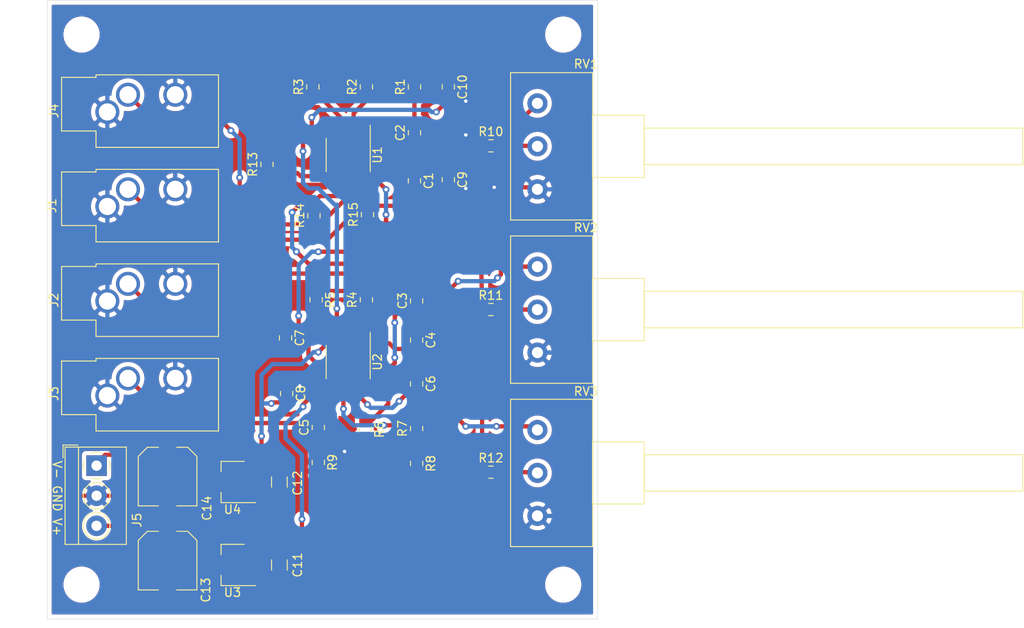
<source format=kicad_pcb>
(kicad_pcb (version 20171130) (host pcbnew 5.1.5+dfsg1-2build2)
  (layers (0 F.Cu signal) (31 B.Cu signal) (34 B.Paste user) (35 F.Paste user) (36 B.SilkS user) (37 F.SilkS user) (38 B.Mask user) (39 F.Mask user) (44 Edge.Cuts user))
  (net 0 "")
  (net 1 "Net-(C1-Pad2)")
  (net 2 "Net-(C1-Pad1)")
  (net 3 "Net-(C2-Pad2)")
  (net 4 "Net-(C2-Pad1)")
  (net 5 "Net-(C3-Pad2)")
  (net 6 "Net-(C3-Pad1)")
  (net 7 "Net-(C4-Pad2)")
  (net 8 "Net-(C4-Pad1)")
  (net 9 "Net-(C5-Pad2)")
  (net 10 "Net-(C5-Pad1)")
  (net 11 "Net-(C6-Pad2)")
  (net 12 "Net-(C6-Pad1)")
  (net 13 "Net-(C10-Pad1)")
  (net 14 "Net-(C11-Pad1)")
  (net 15 "Net-(C10-Pad2)")
  (net 16 "Net-(C13-Pad1)")
  (net 17 "Net-(C14-Pad1)")
  (net 18 "Net-(R1-Pad2)")
  (net 19 "Net-(R4-Pad2)")
  (net 20 "Net-(R7-Pad2)")
  (net 21 "Net-(R10-Pad2)")
  (net 22 "Net-(R10-Pad1)")
  (net 23 "Net-(R11-Pad2)")
  (net 24 "Net-(R12-Pad2)")
  (net 25 "Net-(R13-Pad1)")
  (net 26 "Net-(J4-PadT)")
  (module TerminalBlock_4Ucon:TerminalBlock_4Ucon_1x03_P3.50mm_Horizontal (layer F.Cu) (at 118.745 97.155 270)
    (fp_text reference J5 (at 6.35 -4.699 90) (layer F.SilkS))
    (fp_text value Conn_01x03_Female)
    (pad 3 thru_hole circle (at 7 0 270) (size 2.4 2.4) (drill 1.2) (layers *.Cu *.Mask) (net 16 "Net-(C13-Pad1)"))
    (pad 2 thru_hole circle (at 3.5 0 270) (size 2.4 2.4) (drill 1.2) (layers *.Cu *.Mask) (net 13 "Net-(C10-Pad1)"))
    (pad 1 thru_hole rect (at 0 0 270) (size 2.4 2.4) (drill 1.2) (layers *.Cu *.Mask) (net 17 "Net-(C14-Pad1)"))
  )
  (module MountingHole:MountingHole_3.2mm_M3 (layer F.Cu) (at 117 111)
    (fp_text reference REF** hide)
    (fp_text value MountingHole_3.2mm_M3)
    (pad 1 np_thru_hole circle (at 0 0) (size 3.2 3.2) (drill 3.2) (layers *.Cu *.Mask))
  )
  (module MountingHole:MountingHole_3.2mm_M3 (layer F.Cu) (at 173 111)
    (fp_text reference REF** hide)
    (fp_text value MountingHole_3.2mm_M3)
    (pad 1 np_thru_hole circle (at 0 0) (size 3.2 3.2) (drill 3.2) (layers *.Cu *.Mask))
  )
  (module MountingHole:MountingHole_3.2mm_M3 (layer F.Cu) (at 117 47)
    (fp_text reference REF** hide)
    (fp_text value MountingHole_3.2mm_M3)
    (pad 1 np_thru_hole circle (at 0 0) (size 3.2 3.2) (drill 3.2) (layers *.Cu *.Mask))
  )
  (module MountingHole:MountingHole_3.2mm_M3 (layer F.Cu) (at 173 47)
    (fp_text reference REF** hide)
    (fp_text value MountingHole_3.2mm_M3)
    (pad 1 np_thru_hole circle (at 0 0) (size 3.2 3.2) (drill 3.2) (layers *.Cu *.Mask))
  )
  (module Connector_Audio:Jack_3.5mm_CUI_SJ1-3533NG_Horizontal_CircularHoles (layer F.Cu) (at 120 56 90)
    (fp_text reference J4 (at 0.12 -6.208 90) (layer F.SilkS))
    (fp_text value AudioJack3)
    (pad R thru_hole circle (at 2 7.9 90) (size 2.8 2.8) (drill 2) (layers *.Cu *.Mask) (net 13 "Net-(C10-Pad1)"))
    (pad T thru_hole circle (at 2 2.4 90) (size 2.8 2.8) (drill 2) (layers *.Cu *.Mask) (net 26 "Net-(J4-PadT)"))
    (pad S thru_hole circle (at 0 0 90) (size 2.8 2.8) (drill 2) (layers *.Cu *.Mask) (net 13 "Net-(C10-Pad1)"))
  )
  (module Connector_Audio:Jack_3.5mm_CUI_SJ1-3533NG_Horizontal_CircularHoles (layer F.Cu) (at 120 78 90)
    (fp_text reference J2 (at 0.1 -6.208 90) (layer F.SilkS))
    (fp_text value AudioJack3)
    (pad R thru_hole circle (at 2 7.9 90) (size 2.8 2.8) (drill 2) (layers *.Cu *.Mask) (net 13 "Net-(C10-Pad1)"))
    (pad T thru_hole circle (at 2 2.4 90) (size 2.8 2.8) (drill 2) (layers *.Cu *.Mask) (net 5 "Net-(C3-Pad2)"))
    (pad S thru_hole circle (at 0 0 90) (size 2.8 2.8) (drill 2) (layers *.Cu *.Mask) (net 13 "Net-(C10-Pad1)"))
  )
  (module Resistor_SMD:R_0805_2012Metric_Pad1.15x1.40mm_HandSolder (layer F.Cu) (at 150.241 67.945 90)
    (fp_text reference R15 (at 0 -1.65 90) (layer F.SilkS))
    (fp_text value R)
    (pad 2 smd roundrect (at 1.025 0 90) (size 1.15 1.4) (layers F.Cu F.Paste F.Mask) (roundrect_rratio 0.217391) (net 1 "Net-(C1-Pad2)"))
    (pad 1 smd roundrect (at -1.025 0 90) (size 1.15 1.4) (layers F.Cu F.Paste F.Mask) (roundrect_rratio 0.217391) (net 14 "Net-(C11-Pad1)"))
  )
  (module Resistor_SMD:R_0805_2012Metric_Pad1.15x1.40mm_HandSolder (layer F.Cu) (at 144.018 68.072 90)
    (fp_text reference R14 (at 0 -1.65 90) (layer F.SilkS))
    (fp_text value R)
    (pad 2 smd roundrect (at 1.025 0 90) (size 1.15 1.4) (layers F.Cu F.Paste F.Mask) (roundrect_rratio 0.217391) (net 22 "Net-(R10-Pad1)"))
    (pad 1 smd roundrect (at -1.025 0 90) (size 1.15 1.4) (layers F.Cu F.Paste F.Mask) (roundrect_rratio 0.217391) (net 26 "Net-(J4-PadT)"))
  )
  (module Resistor_SMD:R_0805_2012Metric_Pad1.15x1.40mm_HandSolder (layer F.Cu) (at 138.557 62.103 90)
    (fp_text reference R13 (at 0 -1.65 90) (layer F.SilkS))
    (fp_text value R)
    (pad 2 smd roundrect (at 1.025 0 90) (size 1.15 1.4) (layers F.Cu F.Paste F.Mask) (roundrect_rratio 0.217391) (net 13 "Net-(C10-Pad1)"))
    (pad 1 smd roundrect (at -1.025 0 90) (size 1.15 1.4) (layers F.Cu F.Paste F.Mask) (roundrect_rratio 0.217391) (net 25 "Net-(R13-Pad1)"))
  )
  (module Resistor_SMD:R_0805_2012Metric_Pad1.15x1.40mm_HandSolder (layer F.Cu) (at 164.592 97.917)
    (fp_text reference R12 (at 0 -1.65) (layer F.SilkS))
    (fp_text value R)
    (pad 2 smd roundrect (at 1.025 0) (size 1.15 1.4) (layers F.Cu F.Paste F.Mask) (roundrect_rratio 0.217391) (net 24 "Net-(R12-Pad2)"))
    (pad 1 smd roundrect (at -1.025 0) (size 1.15 1.4) (layers F.Cu F.Paste F.Mask) (roundrect_rratio 0.217391) (net 22 "Net-(R10-Pad1)"))
  )
  (module Resistor_SMD:R_0805_2012Metric_Pad1.15x1.40mm_HandSolder (layer F.Cu) (at 164.592 78.994)
    (fp_text reference R11 (at 0 -1.65) (layer F.SilkS))
    (fp_text value R)
    (pad 2 smd roundrect (at 1.025 0) (size 1.15 1.4) (layers F.Cu F.Paste F.Mask) (roundrect_rratio 0.217391) (net 23 "Net-(R11-Pad2)"))
    (pad 1 smd roundrect (at -1.025 0) (size 1.15 1.4) (layers F.Cu F.Paste F.Mask) (roundrect_rratio 0.217391) (net 22 "Net-(R10-Pad1)"))
  )
  (module Resistor_SMD:R_0805_2012Metric_Pad1.15x1.40mm_HandSolder (layer F.Cu) (at 164.592 59.944)
    (fp_text reference R10 (at 0 -1.65) (layer F.SilkS))
    (fp_text value R)
    (pad 2 smd roundrect (at 1.025 0) (size 1.15 1.4) (layers F.Cu F.Paste F.Mask) (roundrect_rratio 0.217391) (net 21 "Net-(R10-Pad2)"))
    (pad 1 smd roundrect (at -1.025 0) (size 1.15 1.4) (layers F.Cu F.Paste F.Mask) (roundrect_rratio 0.217391) (net 22 "Net-(R10-Pad1)"))
  )
  (module Resistor_SMD:R_0805_2012Metric_Pad1.15x1.40mm_HandSolder (layer F.Cu) (at 144.526 96.774 270)
    (fp_text reference R9 (at 0 -1.65 90) (layer F.SilkS))
    (fp_text value R)
    (pad 2 smd roundrect (at 1.025 0 270) (size 1.15 1.4) (layers F.Cu F.Paste F.Mask) (roundrect_rratio 0.217391) (net 13 "Net-(C10-Pad1)"))
    (pad 1 smd roundrect (at -1.025 0 270) (size 1.15 1.4) (layers F.Cu F.Paste F.Mask) (roundrect_rratio 0.217391) (net 10 "Net-(C5-Pad1)"))
  )
  (module Resistor_SMD:R_0805_2012Metric_Pad1.15x1.40mm_HandSolder (layer F.Cu) (at 155.956 96.901 270)
    (fp_text reference R8 (at 0 -1.65 90) (layer F.SilkS))
    (fp_text value R)
    (pad 2 smd roundrect (at 1.025 0 270) (size 1.15 1.4) (layers F.Cu F.Paste F.Mask) (roundrect_rratio 0.217391) (net 13 "Net-(C10-Pad1)"))
    (pad 1 smd roundrect (at -1.025 0 270) (size 1.15 1.4) (layers F.Cu F.Paste F.Mask) (roundrect_rratio 0.217391) (net 20 "Net-(R7-Pad2)"))
  )
  (module Resistor_SMD:R_0805_2012Metric_Pad1.15x1.40mm_HandSolder (layer F.Cu) (at 155.956 92.837 90)
    (fp_text reference R7 (at 0 -1.65 90) (layer F.SilkS))
    (fp_text value R)
    (pad 2 smd roundrect (at 1.025 0 90) (size 1.15 1.4) (layers F.Cu F.Paste F.Mask) (roundrect_rratio 0.217391) (net 20 "Net-(R7-Pad2)"))
    (pad 1 smd roundrect (at -1.025 0 90) (size 1.15 1.4) (layers F.Cu F.Paste F.Mask) (roundrect_rratio 0.217391) (net 11 "Net-(C6-Pad2)"))
  )
  (module Resistor_SMD:R_0805_2012Metric_Pad1.15x1.40mm_HandSolder (layer F.Cu) (at 149.987 92.964 270)
    (fp_text reference R6 (at 0 -1.65 90) (layer F.SilkS))
    (fp_text value R)
    (pad 2 smd roundrect (at 1.025 0 270) (size 1.15 1.4) (layers F.Cu F.Paste F.Mask) (roundrect_rratio 0.217391) (net 13 "Net-(C10-Pad1)"))
    (pad 1 smd roundrect (at -1.025 0 270) (size 1.15 1.4) (layers F.Cu F.Paste F.Mask) (roundrect_rratio 0.217391) (net 6 "Net-(C3-Pad1)"))
  )
  (module Resistor_SMD:R_0805_2012Metric_Pad1.15x1.40mm_HandSolder (layer F.Cu) (at 144.272 77.851 270)
    (fp_text reference R5 (at 0 -1.65 90) (layer F.SilkS))
    (fp_text value R)
    (pad 2 smd roundrect (at 1.025 0 270) (size 1.15 1.4) (layers F.Cu F.Paste F.Mask) (roundrect_rratio 0.217391) (net 13 "Net-(C10-Pad1)"))
    (pad 1 smd roundrect (at -1.025 0 270) (size 1.15 1.4) (layers F.Cu F.Paste F.Mask) (roundrect_rratio 0.217391) (net 19 "Net-(R4-Pad2)"))
  )
  (module Resistor_SMD:R_0805_2012Metric_Pad1.15x1.40mm_HandSolder (layer F.Cu) (at 150.114 77.851 90)
    (fp_text reference R4 (at 0 -1.65 90) (layer F.SilkS))
    (fp_text value R)
    (pad 2 smd roundrect (at 1.025 0 90) (size 1.15 1.4) (layers F.Cu F.Paste F.Mask) (roundrect_rratio 0.217391) (net 19 "Net-(R4-Pad2)"))
    (pad 1 smd roundrect (at -1.025 0 90) (size 1.15 1.4) (layers F.Cu F.Paste F.Mask) (roundrect_rratio 0.217391) (net 7 "Net-(C4-Pad2)"))
  )
  (module Resistor_SMD:R_0805_2012Metric_Pad1.15x1.40mm_HandSolder (layer F.Cu) (at 143.891 53.086 90)
    (fp_text reference R3 (at 0 -1.65 90) (layer F.SilkS))
    (fp_text value R)
    (pad 2 smd roundrect (at 1.025 0 90) (size 1.15 1.4) (layers F.Cu F.Paste F.Mask) (roundrect_rratio 0.217391) (net 13 "Net-(C10-Pad1)"))
    (pad 1 smd roundrect (at -1.025 0 90) (size 1.15 1.4) (layers F.Cu F.Paste F.Mask) (roundrect_rratio 0.217391) (net 2 "Net-(C1-Pad1)"))
  )
  (module Resistor_SMD:R_0805_2012Metric_Pad1.15x1.40mm_HandSolder (layer F.Cu) (at 150.114 53.086 90)
    (fp_text reference R2 (at 0 -1.65 90) (layer F.SilkS))
    (fp_text value R)
    (pad 2 smd roundrect (at 1.025 0 90) (size 1.15 1.4) (layers F.Cu F.Paste F.Mask) (roundrect_rratio 0.217391) (net 13 "Net-(C10-Pad1)"))
    (pad 1 smd roundrect (at -1.025 0 90) (size 1.15 1.4) (layers F.Cu F.Paste F.Mask) (roundrect_rratio 0.217391) (net 18 "Net-(R1-Pad2)"))
  )
  (module Resistor_SMD:R_0805_2012Metric_Pad1.15x1.40mm_HandSolder (layer F.Cu) (at 155.702 53.086 90)
    (fp_text reference R1 (at 0 -1.65 90) (layer F.SilkS))
    (fp_text value R)
    (pad 2 smd roundrect (at 1.025 0 90) (size 1.15 1.4) (layers F.Cu F.Paste F.Mask) (roundrect_rratio 0.217391) (net 18 "Net-(R1-Pad2)"))
    (pad 1 smd roundrect (at -1.025 0 90) (size 1.15 1.4) (layers F.Cu F.Paste F.Mask) (roundrect_rratio 0.217391) (net 3 "Net-(C2-Pad2)"))
  )
  (module Capacitor_SMD:C_Elec_6.3x7.7 (layer F.Cu) (at 127 98.425 270)
    (fp_text reference C14 (at 3.683 -4.572 90) (layer F.SilkS))
    (fp_text value CP)
    (pad 2 smd roundrect (at 2.5375 0 270) (size 3.325 1.6) (layers F.Cu F.Paste F.Mask) (roundrect_rratio 0.15625) (net 13 "Net-(C10-Pad1)"))
    (pad 1 smd roundrect (at -2.5375 0 270) (size 3.325 1.6) (layers F.Cu F.Paste F.Mask) (roundrect_rratio 0.15625) (net 17 "Net-(C14-Pad1)"))
  )
  (module Capacitor_SMD:C_Elec_6.3x7.7 (layer F.Cu) (at 127 108.204 270)
    (fp_text reference C13 (at 3.429 -4.445 90) (layer F.SilkS))
    (fp_text value CP)
    (pad 2 smd roundrect (at 2.5375 0 270) (size 3.325 1.6) (layers F.Cu F.Paste F.Mask) (roundrect_rratio 0.15625) (net 13 "Net-(C10-Pad1)"))
    (pad 1 smd roundrect (at -2.5375 0 270) (size 3.325 1.6) (layers F.Cu F.Paste F.Mask) (roundrect_rratio 0.15625) (net 16 "Net-(C13-Pad1)"))
  )
  (module Capacitor_SMD:C_1206_3216Metric_Pad1.42x1.75mm_HandSolder (layer F.Cu) (at 140 99.06 270)
    (fp_text reference C12 (at 0.127 -2.113 90) (layer F.SilkS))
    (fp_text value CP)
    (pad 2 smd roundrect (at 1.4875 0 270) (size 1.425 1.75) (layers F.Cu F.Paste F.Mask) (roundrect_rratio 0.175439) (net 13 "Net-(C10-Pad1)"))
    (pad 1 smd roundrect (at -1.4875 0 270) (size 1.425 1.75) (layers F.Cu F.Paste F.Mask) (roundrect_rratio 0.175439) (net 15 "Net-(C10-Pad2)"))
  )
  (module Capacitor_SMD:C_1206_3216Metric_Pad1.42x1.75mm_HandSolder (layer F.Cu) (at 140 108.712 90)
    (fp_text reference C11 (at 0 2.113 90) (layer F.SilkS))
    (fp_text value CP)
    (pad 2 smd roundrect (at 1.4875 0 90) (size 1.425 1.75) (layers F.Cu F.Paste F.Mask) (roundrect_rratio 0.175439) (net 13 "Net-(C10-Pad1)"))
    (pad 1 smd roundrect (at -1.4875 0 90) (size 1.425 1.75) (layers F.Cu F.Paste F.Mask) (roundrect_rratio 0.175439) (net 14 "Net-(C11-Pad1)"))
  )
  (module Capacitor_SMD:C_0805_2012Metric_Pad1.15x1.40mm_HandSolder (layer F.Cu) (at 159.639 53.086 270)
    (fp_text reference C10 (at 0 -1.65 90) (layer F.SilkS))
    (fp_text value C)
    (pad 2 smd roundrect (at 1.025 0 270) (size 1.15 1.4) (layers F.Cu F.Paste F.Mask) (roundrect_rratio 0.217391) (net 15 "Net-(C10-Pad2)"))
    (pad 1 smd roundrect (at -1.025 0 270) (size 1.15 1.4) (layers F.Cu F.Paste F.Mask) (roundrect_rratio 0.217391) (net 13 "Net-(C10-Pad1)"))
  )
  (module Capacitor_SMD:C_0805_2012Metric_Pad1.15x1.40mm_HandSolder (layer F.Cu) (at 159.639 63.881 270)
    (fp_text reference C9 (at 0 -1.65 90) (layer F.SilkS))
    (fp_text value C)
    (pad 2 smd roundrect (at 1.025 0 270) (size 1.15 1.4) (layers F.Cu F.Paste F.Mask) (roundrect_rratio 0.217391) (net 13 "Net-(C10-Pad1)"))
    (pad 1 smd roundrect (at -1.025 0 270) (size 1.15 1.4) (layers F.Cu F.Paste F.Mask) (roundrect_rratio 0.217391) (net 14 "Net-(C11-Pad1)"))
  )
  (module Capacitor_SMD:C_0805_2012Metric_Pad1.15x1.40mm_HandSolder (layer F.Cu) (at 140.843 88.773 270)
    (fp_text reference C8 (at 0 -1.65 90) (layer F.SilkS))
    (fp_text value C)
    (pad 2 smd roundrect (at 1.025 0 270) (size 1.15 1.4) (layers F.Cu F.Paste F.Mask) (roundrect_rratio 0.217391) (net 15 "Net-(C10-Pad2)"))
    (pad 1 smd roundrect (at -1.025 0 270) (size 1.15 1.4) (layers F.Cu F.Paste F.Mask) (roundrect_rratio 0.217391) (net 13 "Net-(C10-Pad1)"))
  )
  (module Capacitor_SMD:C_0805_2012Metric_Pad1.15x1.40mm_HandSolder (layer F.Cu) (at 140.716 82.296 270)
    (fp_text reference C7 (at 0 -1.65 90) (layer F.SilkS))
    (fp_text value C)
    (pad 2 smd roundrect (at 1.025 0 270) (size 1.15 1.4) (layers F.Cu F.Paste F.Mask) (roundrect_rratio 0.217391) (net 13 "Net-(C10-Pad1)"))
    (pad 1 smd roundrect (at -1.025 0 270) (size 1.15 1.4) (layers F.Cu F.Paste F.Mask) (roundrect_rratio 0.217391) (net 14 "Net-(C11-Pad1)"))
  )
  (module Capacitor_SMD:C_0805_2012Metric_Pad1.15x1.40mm_HandSolder (layer F.Cu) (at 155.956 87.63 270)
    (fp_text reference C6 (at 0 -1.65 90) (layer F.SilkS))
    (fp_text value CP)
    (pad 2 smd roundrect (at 1.025 0 270) (size 1.15 1.4) (layers F.Cu F.Paste F.Mask) (roundrect_rratio 0.217391) (net 11 "Net-(C6-Pad2)"))
    (pad 1 smd roundrect (at -1.025 0 270) (size 1.15 1.4) (layers F.Cu F.Paste F.Mask) (roundrect_rratio 0.217391) (net 12 "Net-(C6-Pad1)"))
  )
  (module Capacitor_SMD:C_0805_2012Metric_Pad1.15x1.40mm_HandSolder (layer F.Cu) (at 144.526 92.71 90)
    (fp_text reference C5 (at 0 -1.65 90) (layer F.SilkS))
    (fp_text value CP)
    (pad 2 smd roundrect (at 1.025 0 90) (size 1.15 1.4) (layers F.Cu F.Paste F.Mask) (roundrect_rratio 0.217391) (net 9 "Net-(C5-Pad2)"))
    (pad 1 smd roundrect (at -1.025 0 90) (size 1.15 1.4) (layers F.Cu F.Paste F.Mask) (roundrect_rratio 0.217391) (net 10 "Net-(C5-Pad1)"))
  )
  (module Capacitor_SMD:C_0805_2012Metric_Pad1.15x1.40mm_HandSolder (layer F.Cu) (at 155.956 82.55 270)
    (fp_text reference C4 (at 0 -1.65 90) (layer F.SilkS))
    (fp_text value CP)
    (pad 2 smd roundrect (at 1.025 0 270) (size 1.15 1.4) (layers F.Cu F.Paste F.Mask) (roundrect_rratio 0.217391) (net 7 "Net-(C4-Pad2)"))
    (pad 1 smd roundrect (at -1.025 0 270) (size 1.15 1.4) (layers F.Cu F.Paste F.Mask) (roundrect_rratio 0.217391) (net 8 "Net-(C4-Pad1)"))
  )
  (module Capacitor_SMD:C_0805_2012Metric_Pad1.15x1.40mm_HandSolder (layer F.Cu) (at 155.956 77.978 90)
    (fp_text reference C3 (at 0 -1.65 90) (layer F.SilkS))
    (fp_text value CP)
    (pad 2 smd roundrect (at 1.025 0 90) (size 1.15 1.4) (layers F.Cu F.Paste F.Mask) (roundrect_rratio 0.217391) (net 5 "Net-(C3-Pad2)"))
    (pad 1 smd roundrect (at -1.025 0 90) (size 1.15 1.4) (layers F.Cu F.Paste F.Mask) (roundrect_rratio 0.217391) (net 6 "Net-(C3-Pad1)"))
  )
  (module Capacitor_SMD:C_0805_2012Metric_Pad1.15x1.40mm_HandSolder (layer F.Cu) (at 155.702 58.42 90)
    (fp_text reference C2 (at 0 -1.65 90) (layer F.SilkS))
    (fp_text value CP)
    (pad 2 smd roundrect (at 1.025 0 90) (size 1.15 1.4) (layers F.Cu F.Paste F.Mask) (roundrect_rratio 0.217391) (net 3 "Net-(C2-Pad2)"))
    (pad 1 smd roundrect (at -1.025 0 90) (size 1.15 1.4) (layers F.Cu F.Paste F.Mask) (roundrect_rratio 0.217391) (net 4 "Net-(C2-Pad1)"))
  )
  (module Capacitor_SMD:C_0805_2012Metric_Pad1.15x1.40mm_HandSolder (layer F.Cu) (at 155.702 64.008 270)
    (fp_text reference C1 (at 0 -1.65 90) (layer F.SilkS))
    (fp_text value CP)
    (pad 2 smd roundrect (at 1.025 0 270) (size 1.15 1.4) (layers F.Cu F.Paste F.Mask) (roundrect_rratio 0.217391) (net 1 "Net-(C1-Pad2)"))
    (pad 1 smd roundrect (at -1.025 0 270) (size 1.15 1.4) (layers F.Cu F.Paste F.Mask) (roundrect_rratio 0.217391) (net 2 "Net-(C1-Pad1)"))
  )
  (module Package_TO_SOT_SMD:SOT-89-3 (layer F.Cu) (at 135 99.06 180)
    (fp_text reference U4 (at 0.45 -3.2) (layer F.SilkS))
    (fp_text value L79L05_SOT89)
    (pad 2 smd trapezoid (at -0.0762 0 270) (size 1.5 1) (rect_delta 0 0.7) (layers F.Cu F.Paste F.Mask) (net 17 "Net-(C14-Pad1)"))
    (pad 2 smd rect (at 1.3335 0 90) (size 2.2 1.84) (layers F.Cu F.Paste F.Mask) (net 17 "Net-(C14-Pad1)"))
    (pad 3 smd rect (at -1.48 1.5 90) (size 1 1.5) (layers F.Cu F.Paste F.Mask) (net 15 "Net-(C10-Pad2)"))
    (pad 2 smd rect (at -1.3335 0 90) (size 1 1.8) (layers F.Cu F.Paste F.Mask) (net 17 "Net-(C14-Pad1)"))
    (pad 1 smd rect (at -1.48 -1.5 90) (size 1 1.5) (layers F.Cu F.Paste F.Mask) (net 13 "Net-(C10-Pad1)"))
    (pad 2 smd trapezoid (at 2.667 0 90) (size 1.6 0.85) (rect_delta 0 0.6) (layers F.Cu F.Paste F.Mask) (net 17 "Net-(C14-Pad1)"))
  )
  (module Package_TO_SOT_SMD:SOT-89-3 (layer F.Cu) (at 135 108.712 180)
    (fp_text reference U3 (at 0.45 -3.2) (layer F.SilkS))
    (fp_text value L78L05_SOT89)
    (pad 2 smd trapezoid (at -0.0762 0 270) (size 1.5 1) (rect_delta 0 0.7) (layers F.Cu F.Paste F.Mask) (net 13 "Net-(C10-Pad1)"))
    (pad 2 smd rect (at 1.3335 0 90) (size 2.2 1.84) (layers F.Cu F.Paste F.Mask) (net 13 "Net-(C10-Pad1)"))
    (pad 3 smd rect (at -1.48 1.5 90) (size 1 1.5) (layers F.Cu F.Paste F.Mask) (net 16 "Net-(C13-Pad1)"))
    (pad 2 smd rect (at -1.3335 0 90) (size 1 1.8) (layers F.Cu F.Paste F.Mask) (net 13 "Net-(C10-Pad1)"))
    (pad 1 smd rect (at -1.48 -1.5 90) (size 1 1.5) (layers F.Cu F.Paste F.Mask) (net 14 "Net-(C11-Pad1)"))
    (pad 2 smd trapezoid (at 2.667 0 90) (size 1.6 0.85) (rect_delta 0 0.6) (layers F.Cu F.Paste F.Mask) (net 13 "Net-(C10-Pad1)"))
  )
  (module Connector_Audio:Jack_3.5mm_CUI_SJ1-3533NG_Horizontal_CircularHoles (layer F.Cu) (at 120 89 90)
    (fp_text reference J3 (at 0.227 -6.208 90) (layer F.SilkS))
    (fp_text value AudioJack3)
    (pad R thru_hole circle (at 2 7.9 90) (size 2.8 2.8) (drill 2) (layers *.Cu *.Mask) (net 13 "Net-(C10-Pad1)"))
    (pad T thru_hole circle (at 2 2.4 90) (size 2.8 2.8) (drill 2) (layers *.Cu *.Mask) (net 9 "Net-(C5-Pad2)"))
    (pad S thru_hole circle (at 0 0 90) (size 2.8 2.8) (drill 2) (layers *.Cu *.Mask) (net 13 "Net-(C10-Pad1)"))
  )
  (module Connector_Audio:Jack_3.5mm_CUI_SJ1-3533NG_Horizontal_CircularHoles (layer F.Cu) (at 120 67 90)
    (fp_text reference J1 (at 0.1 -6.45 90) (layer F.SilkS))
    (fp_text value AudioJack3)
    (pad R thru_hole circle (at 2 7.9 90) (size 2.8 2.8) (drill 2) (layers *.Cu *.Mask) (net 13 "Net-(C10-Pad1)"))
    (pad T thru_hole circle (at 2 2.4 90) (size 2.8 2.8) (drill 2) (layers *.Cu *.Mask) (net 1 "Net-(C1-Pad2)"))
    (pad S thru_hole circle (at 0 0 90) (size 2.8 2.8) (drill 2) (layers *.Cu *.Mask) (net 13 "Net-(C10-Pad1)"))
  )
  (module Potentiometer_THT:Potentiometer_Omeg_PC16BU_Horizontal (layer F.Cu) (at 170 103)
    (fp_text reference RV3 (at 5.641 -14.481) (layer F.SilkS))
    (fp_text value R_POT)
    (pad 1 thru_hole circle (at 0 0) (size 2.34 2.34) (drill 1.3) (layers *.Cu *.Mask) (net 13 "Net-(C10-Pad1)"))
    (pad 2 thru_hole circle (at 0 -5) (size 2.34 2.34) (drill 1.3) (layers *.Cu *.Mask) (net 24 "Net-(R12-Pad2)"))
    (pad 3 thru_hole circle (at 0 -10) (size 2.34 2.34) (drill 1.3) (layers *.Cu *.Mask) (net 12 "Net-(C6-Pad1)"))
  )
  (module Potentiometer_THT:Potentiometer_Omeg_PC16BU_Horizontal (layer F.Cu) (at 170 84)
    (fp_text reference RV2 (at 5.641 -14.531) (layer F.SilkS))
    (fp_text value R_POT)
    (pad 1 thru_hole circle (at 0 0) (size 2.34 2.34) (drill 1.3) (layers *.Cu *.Mask) (net 13 "Net-(C10-Pad1)"))
    (pad 2 thru_hole circle (at 0 -5) (size 2.34 2.34) (drill 1.3) (layers *.Cu *.Mask) (net 23 "Net-(R11-Pad2)"))
    (pad 3 thru_hole circle (at 0 -10) (size 2.34 2.34) (drill 1.3) (layers *.Cu *.Mask) (net 8 "Net-(C4-Pad1)"))
  )
  (module Potentiometer_THT:Potentiometer_Omeg_PC16BU_Horizontal (layer F.Cu) (at 170 65)
    (fp_text reference RV1 (at 5.641 -14.581) (layer F.SilkS))
    (fp_text value R_POT)
    (pad 1 thru_hole circle (at 0 0) (size 2.34 2.34) (drill 1.3) (layers *.Cu *.Mask) (net 13 "Net-(C10-Pad1)"))
    (pad 2 thru_hole circle (at 0 -5) (size 2.34 2.34) (drill 1.3) (layers *.Cu *.Mask) (net 21 "Net-(R10-Pad2)"))
    (pad 3 thru_hole circle (at 0 -10) (size 2.34 2.34) (drill 1.3) (layers *.Cu *.Mask) (net 4 "Net-(C2-Pad1)"))
  )
  (module Package_SO:SOIC-8_3.9x4.9mm_P1.27mm (layer F.Cu) (at 148 85.09 270)
    (fp_text reference U2 (at 0 -3.4 90) (layer F.SilkS))
    (fp_text value LF353D)
    (pad 8 smd roundrect (at 2.475 -1.905 270) (size 1.95 0.6) (layers F.Cu F.Paste F.Mask) (net 14 "Net-(C11-Pad1)"))
    (pad 7 smd roundrect (at 2.475 -0.635 270) (size 1.95 0.6) (layers F.Cu F.Paste F.Mask) (net 11 "Net-(C6-Pad2)"))
    (pad 6 smd roundrect (at 2.475 0.635 270) (size 1.95 0.6) (layers F.Cu F.Paste F.Mask) (net 20 "Net-(R7-Pad2)"))
    (pad 5 smd roundrect (at 2.475 1.905 270) (size 1.95 0.6) (layers F.Cu F.Paste F.Mask) (net 10 "Net-(C5-Pad1)"))
    (pad 4 smd roundrect (at -2.475 1.905 270) (size 1.95 0.6) (layers F.Cu F.Paste F.Mask) (net 15 "Net-(C10-Pad2)"))
    (pad 3 smd roundrect (at -2.475 0.635 270) (size 1.95 0.6) (layers F.Cu F.Paste F.Mask) (net 6 "Net-(C3-Pad1)"))
    (pad 2 smd roundrect (at -2.475 -0.635 270) (size 1.95 0.6) (layers F.Cu F.Paste F.Mask) (net 19 "Net-(R4-Pad2)"))
    (pad 1 smd roundrect (at -2.475 -1.905 270) (size 1.95 0.6) (layers F.Cu F.Paste F.Mask) (net 7 "Net-(C4-Pad2)"))
  )
  (module Package_SO:SOIC-8_3.9x4.9mm_P1.27mm (layer F.Cu) (at 148 61 270)
    (fp_text reference U1 (at 0 -3.4 90) (layer F.SilkS))
    (fp_text value LF353D)
    (pad 8 smd roundrect (at 2.475 -1.905 270) (size 1.95 0.6) (layers F.Cu F.Paste F.Mask) (net 14 "Net-(C11-Pad1)"))
    (pad 7 smd roundrect (at 2.475 -0.635 270) (size 1.95 0.6) (layers F.Cu F.Paste F.Mask) (net 26 "Net-(J4-PadT)"))
    (pad 6 smd roundrect (at 2.475 0.635 270) (size 1.95 0.6) (layers F.Cu F.Paste F.Mask) (net 22 "Net-(R10-Pad1)"))
    (pad 5 smd roundrect (at 2.475 1.905 270) (size 1.95 0.6) (layers F.Cu F.Paste F.Mask) (net 25 "Net-(R13-Pad1)"))
    (pad 4 smd roundrect (at -2.475 1.905 270) (size 1.95 0.6) (layers F.Cu F.Paste F.Mask) (net 15 "Net-(C10-Pad2)"))
    (pad 3 smd roundrect (at -2.475 0.635 270) (size 1.95 0.6) (layers F.Cu F.Paste F.Mask) (net 2 "Net-(C1-Pad1)"))
    (pad 2 smd roundrect (at -2.475 -0.635 270) (size 1.95 0.6) (layers F.Cu F.Paste F.Mask) (net 18 "Net-(R1-Pad2)"))
    (pad 1 smd roundrect (at -2.475 -1.905 270) (size 1.95 0.6) (layers F.Cu F.Paste F.Mask) (net 3 "Net-(C2-Pad2)"))
  )
  (gr_text "V- GND V+" (at 114.173 100.965 -90) (layer F.SilkS) (effects (font (size 1 1))))
  (gr_line (start 113 43) (end 113 115) (layer Edge.Cuts) (width 0.05))
  (gr_line (start 177 43) (end 177 115) (layer Edge.Cuts) (width 0.05))
  (gr_line (start 113 115) (end 177 115) (layer Edge.Cuts) (width 0.05))
  (gr_line (start 113 43) (end 177 43) (layer Edge.Cuts) (width 0.05))
  (segment (start 150.241 66.92) (end 154.695 66.92) (width 0.5) (layer F.Cu) (net 1))
  (segment (start 155.702 65.913) (end 155.702 65.033) (width 0.5) (layer F.Cu) (net 1))
  (segment (start 154.695 66.92) (end 155.702 65.913) (width 0.5) (layer F.Cu) (net 1))
  (segment (start 149.541 66.92) (end 145.595 70.866) (width 0.5) (layer F.Cu) (net 1))
  (segment (start 150.241 66.92) (end 149.541 66.92) (width 0.5) (layer F.Cu) (net 1))
  (segment (start 145.595 70.866) (end 138.43 70.866) (width 0.5) (layer F.Cu) (net 1))
  (segment (start 138.43 70.866) (end 136.144 68.58) (width 0.5) (layer F.Cu) (net 1))
  (segment (start 125.98 68.58) (end 122.4 65) (width 0.5) (layer F.Cu) (net 1))
  (segment (start 136.144 68.58) (end 125.98 68.58) (width 0.5) (layer F.Cu) (net 1))
  (segment (start 147.365 57.55) (end 147.365 58.525) (width 0.5) (layer F.Cu) (net 2))
  (segment (start 147.365 56.885) (end 147.365 57.55) (width 0.5) (layer F.Cu) (net 2))
  (segment (start 144.591 54.111) (end 147.365 56.885) (width 0.5) (layer F.Cu) (net 2))
  (segment (start 143.891 54.111) (end 144.591 54.111) (width 0.5) (layer F.Cu) (net 2))
  (segment (start 155.002 62.983) (end 152.725 60.706) (width 0.5) (layer F.Cu) (net 2))
  (segment (start 155.702 62.983) (end 155.002 62.983) (width 0.5) (layer F.Cu) (net 2))
  (segment (start 152.725 60.706) (end 147.955 60.706) (width 0.5) (layer F.Cu) (net 2))
  (segment (start 147.365 60.116) (end 147.365 58.525) (width 0.5) (layer F.Cu) (net 2))
  (segment (start 147.955 60.706) (end 147.365 60.116) (width 0.5) (layer F.Cu) (net 2))
  (segment (start 155.702 54.111) (end 155.702 57.395) (width 0.5) (layer F.Cu) (net 3))
  (segment (start 149.905 58.525) (end 151.279 58.525) (width 0.5) (layer F.Cu) (net 3))
  (segment (start 152.409 57.395) (end 155.702 57.395) (width 0.5) (layer F.Cu) (net 3))
  (segment (start 151.279 58.525) (end 152.409 57.395) (width 0.5) (layer F.Cu) (net 3))
  (segment (start 155.702 59.445) (end 158.487 59.445) (width 0.5) (layer F.Cu) (net 4))
  (segment (start 158.487 59.445) (end 161.417 56.515) (width 0.5) (layer F.Cu) (net 4))
  (segment (start 168.485 56.515) (end 170 55) (width 0.5) (layer F.Cu) (net 4))
  (segment (start 161.417 56.515) (end 168.485 56.515) (width 0.5) (layer F.Cu) (net 4))
  (segment (start 125.267 78.867) (end 122.4 76) (width 0.5) (layer F.Cu) (net 5))
  (segment (start 134.239 78.867) (end 125.267 78.867) (width 0.5) (layer F.Cu) (net 5))
  (segment (start 138.303 74.803) (end 134.239 78.867) (width 0.5) (layer F.Cu) (net 5))
  (segment (start 154.381 74.803) (end 138.303 74.803) (width 0.5) (layer F.Cu) (net 5))
  (segment (start 155.956 76.378) (end 154.381 74.803) (width 0.5) (layer F.Cu) (net 5))
  (segment (start 155.956 76.953) (end 155.956 76.378) (width 0.5) (layer F.Cu) (net 5))
  (segment (start 152.654 85.979) (end 151.257 84.582) (width 0.5) (layer F.Cu) (net 6))
  (segment (start 147.365 84.373) (end 147.365 82.615) (width 0.5) (layer F.Cu) (net 6))
  (segment (start 147.574 84.582) (end 147.365 84.373) (width 0.5) (layer F.Cu) (net 6))
  (segment (start 151.257 84.582) (end 147.574 84.582) (width 0.5) (layer F.Cu) (net 6))
  (via (at 153.416 80.518) (size 0.8) (drill 0.4) (layers F.Cu B.Cu) (net 6))
  (via (at 153.416 84.582) (size 0.8) (drill 0.4) (layers F.Cu B.Cu) (net 6))
  (segment (start 153.416 79.756) (end 153.416 80.518) (width 0.5) (layer F.Cu) (net 6))
  (segment (start 154.178 78.994) (end 153.416 79.756) (width 0.5) (layer F.Cu) (net 6))
  (segment (start 155.247 78.994) (end 154.178 78.994) (width 0.5) (layer F.Cu) (net 6))
  (segment (start 155.256 79.003) (end 155.247 78.994) (width 0.5) (layer F.Cu) (net 6))
  (segment (start 155.956 79.003) (end 155.256 79.003) (width 0.5) (layer F.Cu) (net 6))
  (segment (start 153.416 80.518) (end 153.416 84.582) (width 0.5) (layer B.Cu) (net 6))
  (segment (start 153.416 85.217) (end 152.654 85.979) (width 0.5) (layer F.Cu) (net 6))
  (segment (start 153.416 84.582) (end 153.416 85.217) (width 0.5) (layer F.Cu) (net 6))
  (segment (start 152.654 89.972) (end 152.654 85.979) (width 0.5) (layer F.Cu) (net 6))
  (segment (start 150.687 91.939) (end 152.654 89.972) (width 0.5) (layer F.Cu) (net 6))
  (segment (start 149.987 91.939) (end 150.687 91.939) (width 0.5) (layer F.Cu) (net 6))
  (segment (start 150.114 78.876) (end 150.114 80.01) (width 0.5) (layer F.Cu) (net 7))
  (segment (start 149.905 80.219) (end 149.905 82.615) (width 0.5) (layer F.Cu) (net 7))
  (segment (start 150.114 80.01) (end 149.905 80.219) (width 0.5) (layer F.Cu) (net 7))
  (segment (start 150.205 82.915) (end 152.765 82.915) (width 0.5) (layer F.Cu) (net 7))
  (segment (start 149.905 82.615) (end 150.205 82.915) (width 0.5) (layer F.Cu) (net 7))
  (segment (start 153.425 83.575) (end 155.956 83.575) (width 0.5) (layer F.Cu) (net 7))
  (segment (start 152.765 82.915) (end 153.425 83.575) (width 0.5) (layer F.Cu) (net 7))
  (segment (start 156.656 81.525) (end 156.665 81.534) (width 0.5) (layer F.Cu) (net 8))
  (segment (start 155.956 81.525) (end 156.656 81.525) (width 0.5) (layer F.Cu) (net 8))
  (segment (start 156.665 81.534) (end 157.734 81.534) (width 0.5) (layer F.Cu) (net 8))
  (segment (start 157.734 81.534) (end 159.512 79.756) (width 0.5) (layer F.Cu) (net 8))
  (via (at 160.782 75.692) (size 0.8) (drill 0.4) (layers F.Cu B.Cu) (net 8))
  (segment (start 159.512 76.962) (end 160.782 75.692) (width 0.5) (layer F.Cu) (net 8))
  (segment (start 159.512 79.756) (end 159.512 76.962) (width 0.5) (layer F.Cu) (net 8))
  (via (at 165.354 75.311) (size 0.8) (drill 0.4) (layers F.Cu B.Cu) (net 8))
  (segment (start 164.973 75.692) (end 165.354 75.311) (width 0.5) (layer B.Cu) (net 8))
  (segment (start 160.782 75.692) (end 164.973 75.692) (width 0.5) (layer B.Cu) (net 8))
  (segment (start 165.753999 74.911001) (end 165.753999 74.530001) (width 0.5) (layer F.Cu) (net 8))
  (segment (start 165.354 75.311) (end 165.753999 74.911001) (width 0.5) (layer F.Cu) (net 8))
  (segment (start 166.284 74) (end 170 74) (width 0.5) (layer F.Cu) (net 8))
  (segment (start 165.753999 74.530001) (end 166.284 74) (width 0.5) (layer F.Cu) (net 8))
  (segment (start 124.206 88.806) (end 122.4 87) (width 0.5) (layer F.Cu) (net 9))
  (segment (start 124.206 90.424) (end 124.206 88.806) (width 0.5) (layer F.Cu) (net 9))
  (segment (start 142.494 92.202) (end 125.984 92.202) (width 0.5) (layer F.Cu) (net 9))
  (segment (start 125.984 92.202) (end 124.206 90.424) (width 0.5) (layer F.Cu) (net 9))
  (segment (start 143.002 91.694) (end 142.494 92.202) (width 0.5) (layer F.Cu) (net 9))
  (segment (start 143.817 91.694) (end 143.002 91.694) (width 0.5) (layer F.Cu) (net 9))
  (segment (start 143.826 91.685) (end 143.817 91.694) (width 0.5) (layer F.Cu) (net 9))
  (segment (start 144.526 91.685) (end 143.826 91.685) (width 0.5) (layer F.Cu) (net 9))
  (segment (start 145.226 93.735) (end 146.177 92.784) (width 0.5) (layer F.Cu) (net 10))
  (segment (start 144.526 93.735) (end 145.226 93.735) (width 0.5) (layer F.Cu) (net 10))
  (segment (start 146.095 92.702) (end 146.095 87.565) (width 0.5) (layer F.Cu) (net 10))
  (segment (start 146.177 92.784) (end 146.095 92.702) (width 0.5) (layer F.Cu) (net 10))
  (segment (start 144.526 93.735) (end 144.526 95.749) (width 0.5) (layer F.Cu) (net 10))
  (segment (start 156.656 88.655) (end 157.734 89.733) (width 0.5) (layer F.Cu) (net 11))
  (segment (start 155.956 88.655) (end 156.656 88.655) (width 0.5) (layer F.Cu) (net 11))
  (segment (start 157.734 89.733) (end 157.734 93.218) (width 0.5) (layer F.Cu) (net 11))
  (segment (start 157.09 93.862) (end 155.956 93.862) (width 0.5) (layer F.Cu) (net 11))
  (segment (start 157.734 93.218) (end 157.09 93.862) (width 0.5) (layer F.Cu) (net 11))
  (via (at 153.924 89.662) (size 0.8) (drill 0.4) (layers F.Cu B.Cu) (net 11))
  (segment (start 154.931 88.655) (end 153.924 89.662) (width 0.5) (layer F.Cu) (net 11))
  (segment (start 155.956 88.655) (end 154.931 88.655) (width 0.5) (layer F.Cu) (net 11))
  (via (at 150.241 90.043) (size 0.8) (drill 0.4) (layers F.Cu B.Cu) (net 11))
  (segment (start 148.635 88.437) (end 148.635 87.565) (width 0.5) (layer F.Cu) (net 11))
  (segment (start 150.241 90.043) (end 148.635 88.437) (width 0.5) (layer F.Cu) (net 11))
  (segment (start 150.622 90.424) (end 150.241 90.043) (width 0.5) (layer B.Cu) (net 11))
  (segment (start 153.162 90.424) (end 150.622 90.424) (width 0.5) (layer B.Cu) (net 11))
  (segment (start 153.924 89.662) (end 153.162 90.424) (width 0.5) (layer B.Cu) (net 11))
  (segment (start 156.656 86.605) (end 156.774 86.487) (width 0.5) (layer F.Cu) (net 12))
  (segment (start 155.956 86.605) (end 156.656 86.605) (width 0.5) (layer F.Cu) (net 12))
  (segment (start 156.774 86.487) (end 159.131 86.487) (width 0.5) (layer F.Cu) (net 12))
  (segment (start 159.131 86.487) (end 160.782 88.138) (width 0.5) (layer F.Cu) (net 12))
  (via (at 161.671 92.583) (size 0.8) (drill 0.4) (layers F.Cu B.Cu) (net 12))
  (segment (start 160.782 91.694) (end 161.671 92.583) (width 0.5) (layer F.Cu) (net 12))
  (segment (start 160.782 88.138) (end 160.782 91.694) (width 0.5) (layer F.Cu) (net 12))
  (via (at 165.227 92.583) (size 0.8) (drill 0.4) (layers F.Cu B.Cu) (net 12))
  (segment (start 161.671 92.583) (end 165.227 92.583) (width 0.5) (layer B.Cu) (net 12))
  (segment (start 169.583 92.583) (end 170 93) (width 0.5) (layer F.Cu) (net 12))
  (segment (start 165.227 92.583) (end 169.583 92.583) (width 0.5) (layer F.Cu) (net 12))
  (segment (start 127.9 65) (end 127.9 62.622) (width 0.5) (layer F.Cu) (net 13))
  (segment (start 159.639 51.486) (end 158.62801 50.47501) (width 0.5) (layer F.Cu) (net 13))
  (segment (start 159.639 52.061) (end 159.639 51.486) (width 0.5) (layer F.Cu) (net 13))
  (segment (start 150.114 51.486) (end 150.114 52.061) (width 0.5) (layer F.Cu) (net 13))
  (segment (start 151.12499 50.47501) (end 150.114 51.486) (width 0.5) (layer F.Cu) (net 13))
  (segment (start 158.62801 50.47501) (end 151.12499 50.47501) (width 0.5) (layer F.Cu) (net 13))
  (segment (start 149.414 52.061) (end 143.891 52.061) (width 0.5) (layer F.Cu) (net 13))
  (segment (start 150.114 52.061) (end 149.414 52.061) (width 0.5) (layer F.Cu) (net 13))
  (segment (start 143.891 52.061) (end 142.376 52.061) (width 0.5) (layer F.Cu) (net 13))
  (segment (start 138.557 55.88) (end 138.557 61.078) (width 0.5) (layer F.Cu) (net 13))
  (segment (start 142.376 52.061) (end 138.557 55.88) (width 0.5) (layer F.Cu) (net 13))
  (segment (start 138.557 61.078) (end 128.914 61.078) (width 0.5) (layer F.Cu) (net 13))
  (segment (start 127.9 62.092) (end 127.9 65) (width 0.5) (layer F.Cu) (net 13))
  (segment (start 128.914 61.078) (end 127.9 62.092) (width 0.5) (layer F.Cu) (net 13))
  (segment (start 159.733 65) (end 159.639 64.906) (width 0.5) (layer F.Cu) (net 13))
  (segment (start 127.9 52.020102) (end 127.060898 51.181) (width 0.5) (layer B.Cu) (net 13))
  (segment (start 127.9 54) (end 127.9 52.020102) (width 0.5) (layer B.Cu) (net 13))
  (segment (start 127.060898 51.181) (end 121.031 51.181) (width 0.5) (layer B.Cu) (net 13))
  (segment (start 120 52.212) (end 120 56) (width 0.5) (layer B.Cu) (net 13))
  (segment (start 121.031 51.181) (end 120 52.212) (width 0.5) (layer B.Cu) (net 13))
  (segment (start 127.9 63.020102) (end 126.347898 61.468) (width 0.5) (layer B.Cu) (net 13))
  (segment (start 126.347898 61.468) (end 121.158 61.468) (width 0.5) (layer B.Cu) (net 13))
  (segment (start 127.9 65) (end 127.9 63.020102) (width 0.5) (layer B.Cu) (net 13))
  (segment (start 120 56) (end 120 57.979898) (width 0.5) (layer B.Cu) (net 13))
  (segment (start 121.158 61.468) (end 120.015 62.611) (width 0.5) (layer B.Cu) (net 13))
  (segment (start 120.015 62.611) (end 120 67) (width 0.5) (layer B.Cu) (net 13))
  (segment (start 120 57.979898) (end 120.015 62.611) (width 0.5) (layer B.Cu) (net 13))
  (segment (start 120 67) (end 120 68.979898) (width 0.5) (layer B.Cu) (net 13))
  (segment (start 127.9 74.020102) (end 126.269898 72.39) (width 0.5) (layer B.Cu) (net 13))
  (segment (start 127.9 76) (end 127.9 74.020102) (width 0.5) (layer B.Cu) (net 13))
  (segment (start 120.777 72.39) (end 120.015 73.152) (width 0.5) (layer B.Cu) (net 13))
  (segment (start 126.269898 72.39) (end 120.777 72.39) (width 0.5) (layer B.Cu) (net 13))
  (segment (start 120.015 73.152) (end 120 78) (width 0.5) (layer B.Cu) (net 13))
  (segment (start 120 68.979898) (end 120.015 73.152) (width 0.5) (layer B.Cu) (net 13))
  (segment (start 127.9 85.020102) (end 126.445898 83.566) (width 0.5) (layer B.Cu) (net 13))
  (segment (start 127.9 87) (end 127.9 85.020102) (width 0.5) (layer B.Cu) (net 13))
  (segment (start 121.158 83.566) (end 120.015 84.709) (width 0.5) (layer B.Cu) (net 13))
  (segment (start 126.445898 83.566) (end 121.158 83.566) (width 0.5) (layer B.Cu) (net 13))
  (segment (start 120.015 84.709) (end 120 89) (width 0.5) (layer B.Cu) (net 13))
  (segment (start 120 78) (end 120.015 84.709) (width 0.5) (layer B.Cu) (net 13))
  (segment (start 170 65) (end 172.442 65) (width 0.5) (layer B.Cu) (net 13))
  (segment (start 172.442 65) (end 173.99 66.548) (width 0.5) (layer B.Cu) (net 13))
  (segment (start 173.99 66.548) (end 173.99 82.296) (width 0.5) (layer B.Cu) (net 13))
  (segment (start 172.286 84) (end 170 84) (width 0.5) (layer B.Cu) (net 13))
  (segment (start 173.99 82.296) (end 172.286 84) (width 0.5) (layer B.Cu) (net 13))
  (segment (start 170 84) (end 172.265 84) (width 0.5) (layer B.Cu) (net 13))
  (segment (start 172.265 84) (end 173.736 85.471) (width 0.5) (layer B.Cu) (net 13))
  (segment (start 173.736 85.471) (end 173.736 101.727) (width 0.5) (layer B.Cu) (net 13))
  (segment (start 172.463 103) (end 170 103) (width 0.5) (layer B.Cu) (net 13))
  (segment (start 173.736 101.727) (end 172.463 103) (width 0.5) (layer B.Cu) (net 13))
  (segment (start 140.716 83.321) (end 141.416 83.321) (width 0.5) (layer F.Cu) (net 13))
  (segment (start 140.843 83.448) (end 140.716 83.321) (width 0.5) (layer F.Cu) (net 13))
  (segment (start 140.843 87.748) (end 140.843 83.448) (width 0.5) (layer F.Cu) (net 13))
  (segment (start 143.572 78.876) (end 143.563 78.867) (width 0.5) (layer F.Cu) (net 13))
  (segment (start 144.272 78.876) (end 143.572 78.876) (width 0.5) (layer F.Cu) (net 13))
  (segment (start 143.563 78.867) (end 139.827 78.867) (width 0.5) (layer F.Cu) (net 13))
  (segment (start 139.827 78.867) (end 138.43 80.264) (width 0.5) (layer F.Cu) (net 13))
  (segment (start 138.43 80.264) (end 138.43 82.55) (width 0.5) (layer F.Cu) (net 13))
  (segment (start 139.201 83.321) (end 140.716 83.321) (width 0.5) (layer F.Cu) (net 13))
  (segment (start 138.43 82.55) (end 139.201 83.321) (width 0.5) (layer F.Cu) (net 13))
  (via (at 161.671 64.897) (size 0.8) (drill 0.4) (layers F.Cu B.Cu) (net 13))
  (segment (start 161.662 64.906) (end 161.671 64.897) (width 0.5) (layer F.Cu) (net 13))
  (segment (start 159.639 64.906) (end 161.662 64.906) (width 0.5) (layer F.Cu) (net 13))
  (via (at 164.973 64.77) (size 0.8) (drill 0.4) (layers F.Cu B.Cu) (net 13))
  (segment (start 164.846 64.897) (end 164.973 64.77) (width 0.5) (layer B.Cu) (net 13))
  (segment (start 161.671 64.897) (end 164.846 64.897) (width 0.5) (layer B.Cu) (net 13))
  (segment (start 169.77 64.77) (end 170 65) (width 0.5) (layer F.Cu) (net 13))
  (segment (start 164.973 64.77) (end 169.77 64.77) (width 0.5) (layer F.Cu) (net 13))
  (segment (start 159.639 52.061) (end 160.918 52.061) (width 0.5) (layer F.Cu) (net 13))
  (segment (start 161.671 52.814) (end 161.671 54.737) (width 0.5) (layer F.Cu) (net 13))
  (via (at 161.671 54.737) (size 0.8) (drill 0.4) (layers F.Cu B.Cu) (net 13))
  (segment (start 160.918 52.061) (end 161.671 52.814) (width 0.5) (layer F.Cu) (net 13))
  (via (at 161.671 58.674) (size 0.8) (drill 0.4) (layers F.Cu B.Cu) (net 13))
  (segment (start 161.671 54.737) (end 161.671 58.674) (width 0.5) (layer B.Cu) (net 13))
  (segment (start 161.671 58.674) (end 161.671 64.897) (width 0.5) (layer F.Cu) (net 13))
  (segment (start 138.43 82.55) (end 137.033 82.55) (width 0.5) (layer F.Cu) (net 13))
  (segment (start 137.033 82.55) (end 136.144 83.439) (width 0.5) (layer F.Cu) (net 13))
  (segment (start 136.144 83.439) (end 128.524 83.439) (width 0.5) (layer F.Cu) (net 13))
  (segment (start 127.9 84.063) (end 127.9 87) (width 0.5) (layer F.Cu) (net 13))
  (segment (start 128.524 83.439) (end 127.9 84.063) (width 0.5) (layer F.Cu) (net 13))
  (segment (start 145.226 97.799) (end 145.235 97.79) (width 0.5) (layer F.Cu) (net 13))
  (segment (start 144.526 97.799) (end 145.226 97.799) (width 0.5) (layer F.Cu) (net 13))
  (segment (start 145.235 97.79) (end 148.336 97.79) (width 0.5) (layer F.Cu) (net 13))
  (segment (start 149.987 96.139) (end 149.987 93.989) (width 0.5) (layer F.Cu) (net 13))
  (segment (start 148.336 97.79) (end 149.987 96.139) (width 0.5) (layer F.Cu) (net 13))
  (segment (start 155.256 97.926) (end 155.247 97.917) (width 0.5) (layer F.Cu) (net 13))
  (segment (start 155.956 97.926) (end 155.256 97.926) (width 0.5) (layer F.Cu) (net 13))
  (segment (start 151.765 97.917) (end 149.987 96.139) (width 0.5) (layer F.Cu) (net 13))
  (segment (start 155.247 97.917) (end 151.765 97.917) (width 0.5) (layer F.Cu) (net 13))
  (via (at 142.367 87.884) (size 0.8) (drill 0.4) (layers F.Cu B.Cu) (net 13))
  (segment (start 142.231 87.748) (end 142.367 87.884) (width 0.5) (layer F.Cu) (net 13))
  (segment (start 140.843 87.748) (end 142.231 87.748) (width 0.5) (layer F.Cu) (net 13))
  (via (at 147.574 95.504) (size 0.8) (drill 0.4) (layers F.Cu B.Cu) (net 13))
  (segment (start 148.472 95.504) (end 149.987 93.989) (width 0.5) (layer F.Cu) (net 13))
  (segment (start 147.574 95.504) (end 148.472 95.504) (width 0.5) (layer F.Cu) (net 13))
  (segment (start 146.177 94.107) (end 147.574 95.504) (width 0.5) (layer B.Cu) (net 13))
  (segment (start 146.177 90.551) (end 146.177 94.107) (width 0.5) (layer B.Cu) (net 13))
  (segment (start 143.51 87.884) (end 146.177 90.551) (width 0.5) (layer B.Cu) (net 13))
  (segment (start 142.367 87.884) (end 143.51 87.884) (width 0.5) (layer B.Cu) (net 13))
  (segment (start 126.6925 100.655) (end 127 100.9625) (width 0.5) (layer F.Cu) (net 13))
  (segment (start 118.745 100.655) (end 126.6925 100.655) (width 0.5) (layer F.Cu) (net 13))
  (segment (start 139.9875 100.56) (end 140 100.5475) (width 0.5) (layer F.Cu) (net 13))
  (segment (start 136.48 100.56) (end 139.9875 100.56) (width 0.5) (layer F.Cu) (net 13))
  (segment (start 137.7335 108.712) (end 138.049 108.3965) (width 0.5) (layer F.Cu) (net 13))
  (segment (start 136.3335 108.712) (end 137.7335 108.712) (width 0.5) (layer F.Cu) (net 13))
  (segment (start 138.049 108.3965) (end 138.049 107.95) (width 0.5) (layer F.Cu) (net 13))
  (segment (start 138.7745 107.2245) (end 140 107.2245) (width 0.5) (layer F.Cu) (net 13))
  (segment (start 138.049 107.95) (end 138.7745 107.2245) (width 0.5) (layer F.Cu) (net 13))
  (segment (start 127.8 110.7415) (end 127.8025 110.744) (width 0.5) (layer F.Cu) (net 13))
  (segment (start 127 110.7415) (end 127.8 110.7415) (width 0.5) (layer F.Cu) (net 13))
  (segment (start 127.8025 110.744) (end 129.286 110.744) (width 0.5) (layer F.Cu) (net 13))
  (segment (start 131.318 108.712) (end 133.6665 108.712) (width 0.5) (layer F.Cu) (net 13))
  (segment (start 129.286 110.744) (end 131.318 108.712) (width 0.5) (layer F.Cu) (net 13))
  (segment (start 140 107.2245) (end 140 100.5475) (width 0.5) (layer F.Cu) (net 13))
  (segment (start 140 100.5475) (end 142.9115 100.5475) (width 0.5) (layer F.Cu) (net 13))
  (segment (start 144.526 98.933) (end 144.526 97.799) (width 0.5) (layer F.Cu) (net 13))
  (segment (start 142.9115 100.5475) (end 144.526 98.933) (width 0.5) (layer F.Cu) (net 13))
  (segment (start 133.6665 108.712) (end 136.3335 108.712) (width 0.5) (layer F.Cu) (net 13))
  (segment (start 126.2 110.7415) (end 126.1975 110.744) (width 0.5) (layer F.Cu) (net 13))
  (segment (start 127 110.7415) (end 126.2 110.7415) (width 0.5) (layer F.Cu) (net 13))
  (segment (start 126.1975 110.744) (end 124.46 110.744) (width 0.5) (layer F.Cu) (net 13))
  (segment (start 124.46 110.744) (end 120.65 106.934) (width 0.5) (layer F.Cu) (net 13))
  (segment (start 120.65 106.934) (end 116.586 106.934) (width 0.5) (layer F.Cu) (net 13))
  (segment (start 116.586 106.934) (end 114.935 105.283) (width 0.5) (layer F.Cu) (net 13))
  (segment (start 114.935 105.283) (end 114.935 101.981) (width 0.5) (layer F.Cu) (net 13))
  (segment (start 116.261 100.655) (end 118.745 100.655) (width 0.5) (layer F.Cu) (net 13))
  (segment (start 114.935 101.981) (end 116.261 100.655) (width 0.5) (layer F.Cu) (net 13))
  (segment (start 140.716 81.271) (end 142.485 81.271) (width 0.5) (layer F.Cu) (net 14))
  (segment (start 155.439 68.97) (end 157.48 66.929) (width 0.5) (layer F.Cu) (net 14))
  (segment (start 157.48 66.929) (end 157.48 63.5) (width 0.5) (layer F.Cu) (net 14))
  (segment (start 158.124 62.856) (end 159.639 62.856) (width 0.5) (layer F.Cu) (net 14))
  (segment (start 157.48 63.5) (end 158.124 62.856) (width 0.5) (layer F.Cu) (net 14))
  (via (at 152.4 65.024) (size 0.8) (drill 0.4) (layers F.Cu B.Cu) (net 14))
  (segment (start 150.851 63.475) (end 152.4 65.024) (width 0.5) (layer F.Cu) (net 14))
  (segment (start 149.905 63.475) (end 150.851 63.475) (width 0.5) (layer F.Cu) (net 14))
  (via (at 152.4 67.945) (size 0.8) (drill 0.4) (layers F.Cu B.Cu) (net 14))
  (segment (start 152.4 65.024) (end 152.4 67.945) (width 0.5) (layer B.Cu) (net 14))
  (segment (start 152.4 68.510685) (end 152.4 68.961) (width 0.5) (layer F.Cu) (net 14))
  (segment (start 152.4 67.945) (end 152.4 68.510685) (width 0.5) (layer F.Cu) (net 14))
  (segment (start 152.4 68.961) (end 155.439 68.97) (width 0.5) (layer F.Cu) (net 14))
  (segment (start 150.241 68.97) (end 152.4 68.961) (width 0.5) (layer F.Cu) (net 14))
  (segment (start 150.241 68.97) (end 150.241 69.545) (width 0.5) (layer F.Cu) (net 14))
  (segment (start 150.241 69.545) (end 150.241 70.993) (width 0.5) (layer F.Cu) (net 14))
  (via (at 144.526 72.263) (size 0.8) (drill 0.4) (layers F.Cu B.Cu) (net 14))
  (segment (start 148.971 72.263) (end 144.526 72.263) (width 0.5) (layer F.Cu) (net 14))
  (segment (start 150.241 70.993) (end 148.971 72.263) (width 0.5) (layer F.Cu) (net 14))
  (segment (start 144.526 72.263) (end 143.764 72.263) (width 0.5) (layer B.Cu) (net 14))
  (via (at 142.24 79.717) (size 0.8) (drill 0.4) (layers F.Cu B.Cu) (net 14))
  (segment (start 142.24 73.787) (end 142.24 79.717) (width 0.5) (layer B.Cu) (net 14))
  (segment (start 143.764 72.263) (end 142.24 73.787) (width 0.5) (layer B.Cu) (net 14))
  (segment (start 142.24 81.026) (end 142.485 81.271) (width 0.5) (layer F.Cu) (net 14))
  (segment (start 142.24 79.717) (end 142.24 81.026) (width 0.5) (layer F.Cu) (net 14))
  (segment (start 149.905 86.278) (end 149.905 87.565) (width 0.5) (layer F.Cu) (net 14))
  (segment (start 149.352 85.725) (end 149.905 86.278) (width 0.5) (layer F.Cu) (net 14))
  (segment (start 144.78 85.725) (end 149.352 85.725) (width 0.5) (layer F.Cu) (net 14))
  (segment (start 143.383 84.328) (end 144.78 85.725) (width 0.5) (layer F.Cu) (net 14))
  (segment (start 143.383 82.169) (end 143.383 84.328) (width 0.5) (layer F.Cu) (net 14))
  (segment (start 142.485 81.271) (end 143.383 82.169) (width 0.5) (layer F.Cu) (net 14))
  (via (at 142.748 90.297) (size 0.8) (drill 0.4) (layers F.Cu B.Cu) (net 14))
  (segment (start 142.748 90.043) (end 142.748 90.297) (width 0.5) (layer F.Cu) (net 14))
  (segment (start 144.145 88.646) (end 142.748 90.043) (width 0.5) (layer F.Cu) (net 14))
  (segment (start 144.145 86.995) (end 144.145 88.646) (width 0.5) (layer F.Cu) (net 14))
  (segment (start 144.78 86.36) (end 144.145 86.995) (width 0.5) (layer F.Cu) (net 14))
  (segment (start 144.78 85.725) (end 144.78 86.36) (width 0.5) (layer F.Cu) (net 14))
  (segment (start 139.9875 110.212) (end 140 110.1995) (width 0.5) (layer F.Cu) (net 14))
  (segment (start 136.48 110.212) (end 139.9875 110.212) (width 0.5) (layer F.Cu) (net 14))
  (via (at 142.621 103.378) (size 0.8) (drill 0.4) (layers F.Cu B.Cu) (net 14))
  (segment (start 142.621 108.4535) (end 142.621 103.378) (width 0.5) (layer F.Cu) (net 14))
  (segment (start 140.875 110.1995) (end 142.621 108.4535) (width 0.5) (layer F.Cu) (net 14))
  (segment (start 140 110.1995) (end 140.875 110.1995) (width 0.5) (layer F.Cu) (net 14))
  (segment (start 142.348001 90.696999) (end 142.748 90.297) (width 0.5) (layer B.Cu) (net 14))
  (segment (start 140.716 92.329) (end 142.348001 90.696999) (width 0.5) (layer B.Cu) (net 14))
  (segment (start 140.716 93.98) (end 140.716 92.329) (width 0.5) (layer B.Cu) (net 14))
  (segment (start 142.621 95.885) (end 140.716 93.98) (width 0.5) (layer B.Cu) (net 14))
  (segment (start 142.621 103.378) (end 142.621 95.885) (width 0.5) (layer B.Cu) (net 14))
  (via (at 158.242 56.007) (size 0.8) (drill 0.4) (layers F.Cu B.Cu) (net 15))
  (segment (start 159.639 54.61) (end 158.242 56.007) (width 0.5) (layer F.Cu) (net 15))
  (segment (start 159.639 54.111) (end 159.639 54.61) (width 0.5) (layer F.Cu) (net 15))
  (segment (start 157.676315 56.007) (end 157.422315 55.753) (width 0.5) (layer B.Cu) (net 15))
  (segment (start 158.242 56.007) (end 157.676315 56.007) (width 0.5) (layer B.Cu) (net 15))
  (via (at 143.764 56.642) (size 0.8) (drill 0.4) (layers F.Cu B.Cu) (net 15))
  (segment (start 144.653 55.753) (end 143.764 56.642) (width 0.5) (layer B.Cu) (net 15))
  (segment (start 157.422315 55.753) (end 144.653 55.753) (width 0.5) (layer B.Cu) (net 15))
  (segment (start 143.764 56.642) (end 143.764 58.039) (width 0.5) (layer F.Cu) (net 15))
  (segment (start 144.25 58.525) (end 146.095 58.525) (width 0.5) (layer F.Cu) (net 15))
  (segment (start 143.764 58.039) (end 144.25 58.525) (width 0.5) (layer F.Cu) (net 15))
  (segment (start 146.095 82.615) (end 146.095 80.346) (width 0.5) (layer F.Cu) (net 15))
  (via (at 146.685 78.867) (size 0.8) (drill 0.4) (layers F.Cu B.Cu) (net 15))
  (segment (start 146.685 79.756) (end 146.685 78.867) (width 0.5) (layer F.Cu) (net 15))
  (segment (start 146.095 80.346) (end 146.685 79.756) (width 0.5) (layer F.Cu) (net 15))
  (segment (start 146.685 78.867) (end 146.685 67.945) (width 0.5) (layer B.Cu) (net 15))
  (segment (start 146.685 67.945) (end 146.685 66.802) (width 0.5) (layer B.Cu) (net 15))
  (segment (start 146.685 66.802) (end 146.431 66.802) (width 0.5) (layer B.Cu) (net 15))
  (segment (start 146.431 66.802) (end 144.526 64.897) (width 0.5) (layer B.Cu) (net 15))
  (segment (start 144.526 64.897) (end 143.383 64.897) (width 0.5) (layer B.Cu) (net 15))
  (via (at 142.748 60.579) (size 0.8) (drill 0.4) (layers F.Cu B.Cu) (net 15))
  (segment (start 142.748 64.262) (end 142.748 60.579) (width 0.5) (layer B.Cu) (net 15))
  (segment (start 143.383 64.897) (end 142.748 64.262) (width 0.5) (layer B.Cu) (net 15))
  (segment (start 142.748 59.055) (end 143.764 58.039) (width 0.5) (layer F.Cu) (net 15))
  (segment (start 142.748 60.579) (end 142.748 59.055) (width 0.5) (layer F.Cu) (net 15))
  (via (at 144.526 83.947) (size 0.8) (drill 0.4) (layers F.Cu B.Cu) (net 15))
  (segment (start 145.858 82.615) (end 144.526 83.947) (width 0.5) (layer F.Cu) (net 15))
  (segment (start 146.095 82.615) (end 145.858 82.615) (width 0.5) (layer F.Cu) (net 15))
  (segment (start 143.960315 83.947) (end 142.563315 85.344) (width 0.5) (layer B.Cu) (net 15))
  (segment (start 144.526 83.947) (end 143.960315 83.947) (width 0.5) (layer B.Cu) (net 15))
  (segment (start 142.563315 85.344) (end 139.192 85.344) (width 0.5) (layer B.Cu) (net 15))
  (segment (start 139.192 85.344) (end 137.922 86.614) (width 0.5) (layer B.Cu) (net 15))
  (via (at 139.065 89.916) (size 0.8) (drill 0.4) (layers F.Cu B.Cu) (net 15))
  (segment (start 139.183 89.798) (end 139.065 89.916) (width 0.5) (layer F.Cu) (net 15))
  (segment (start 140.843 89.798) (end 139.183 89.798) (width 0.5) (layer F.Cu) (net 15))
  (segment (start 138.049 89.916) (end 137.922 89.789) (width 0.5) (layer B.Cu) (net 15))
  (segment (start 139.065 89.916) (end 138.049 89.916) (width 0.5) (layer B.Cu) (net 15))
  (segment (start 137.922 89.789) (end 137.922 93.726) (width 0.5) (layer B.Cu) (net 15))
  (segment (start 137.922 86.614) (end 137.922 89.789) (width 0.5) (layer B.Cu) (net 15))
  (segment (start 139.9875 97.56) (end 140 97.5725) (width 0.5) (layer F.Cu) (net 15))
  (segment (start 136.48 97.56) (end 139.9875 97.56) (width 0.5) (layer F.Cu) (net 15))
  (segment (start 137.922 93.726) (end 137.922 93.726) (width 0.5) (layer B.Cu) (net 15))
  (via (at 137.922 93.726) (size 0.8) (drill 0.4) (layers F.Cu B.Cu) (net 15))
  (segment (start 137.922 95.123) (end 137.922 93.726) (width 0.5) (layer F.Cu) (net 15))
  (segment (start 136.48 96.56) (end 137.917 95.123) (width 0.5) (layer F.Cu) (net 15))
  (segment (start 137.917 95.123) (end 137.922 95.123) (width 0.5) (layer F.Cu) (net 15))
  (segment (start 136.48 97.56) (end 136.48 96.56) (width 0.5) (layer F.Cu) (net 15))
  (segment (start 125.4885 104.155) (end 127 105.6665) (width 0.5) (layer F.Cu) (net 16))
  (segment (start 118.745 104.155) (end 125.4885 104.155) (width 0.5) (layer F.Cu) (net 16))
  (segment (start 136.48 106.212) (end 136.48 107.212) (width 0.5) (layer F.Cu) (net 16))
  (segment (start 135.9345 105.6665) (end 136.48 106.212) (width 0.5) (layer F.Cu) (net 16))
  (segment (start 127 105.6665) (end 135.9345 105.6665) (width 0.5) (layer F.Cu) (net 16))
  (segment (start 118.745 97.155) (end 118.745 96.901) (width 0.5) (layer F.Cu) (net 17))
  (segment (start 119.7585 95.8875) (end 127 95.8875) (width 0.5) (layer F.Cu) (net 17))
  (segment (start 118.745 96.901) (end 119.7585 95.8875) (width 0.5) (layer F.Cu) (net 17))
  (segment (start 127 95.8875) (end 129.2885 95.8875) (width 0.5) (layer F.Cu) (net 17))
  (segment (start 129.2885 95.8875) (end 130.81 97.409) (width 0.5) (layer F.Cu) (net 17))
  (segment (start 130.81 97.409) (end 130.81 98.425) (width 0.5) (layer F.Cu) (net 17))
  (segment (start 131.445 99.06) (end 132.333 99.06) (width 0.5) (layer F.Cu) (net 17))
  (segment (start 130.81 98.425) (end 131.445 99.06) (width 0.5) (layer F.Cu) (net 17))
  (segment (start 132.333 99.06) (end 136.3335 99.06) (width 0.5) (layer F.Cu) (net 17))
  (segment (start 155.002 52.061) (end 154.993 52.07) (width 0.5) (layer F.Cu) (net 18))
  (segment (start 155.702 52.061) (end 155.002 52.061) (width 0.5) (layer F.Cu) (net 18))
  (segment (start 154.993 52.07) (end 153.797 52.07) (width 0.5) (layer F.Cu) (net 18))
  (segment (start 153.797 52.07) (end 153.035 52.832) (width 0.5) (layer F.Cu) (net 18))
  (segment (start 153.035 52.832) (end 153.035 53.467) (width 0.5) (layer F.Cu) (net 18))
  (segment (start 152.391 54.111) (end 150.114 54.111) (width 0.5) (layer F.Cu) (net 18))
  (segment (start 153.035 53.467) (end 152.391 54.111) (width 0.5) (layer F.Cu) (net 18))
  (segment (start 148.635 57.55) (end 148.635 58.525) (width 0.5) (layer F.Cu) (net 18))
  (segment (start 148.635 56.165) (end 148.635 57.55) (width 0.5) (layer F.Cu) (net 18))
  (segment (start 150.114 54.686) (end 148.635 56.165) (width 0.5) (layer F.Cu) (net 18))
  (segment (start 150.114 54.111) (end 150.114 54.686) (width 0.5) (layer F.Cu) (net 18))
  (segment (start 149.414 76.826) (end 149.405 76.835) (width 0.5) (layer F.Cu) (net 19))
  (segment (start 150.114 76.826) (end 149.414 76.826) (width 0.5) (layer F.Cu) (net 19))
  (segment (start 149.405 76.835) (end 149.405 76.909) (width 0.5) (layer F.Cu) (net 19))
  (segment (start 149.405 76.909) (end 148.209 78.105) (width 0.5) (layer F.Cu) (net 19))
  (segment (start 148.209 78.105) (end 148.209 79.756) (width 0.5) (layer F.Cu) (net 19))
  (segment (start 148.635 80.182) (end 148.635 82.615) (width 0.5) (layer F.Cu) (net 19))
  (segment (start 148.209 79.756) (end 148.635 80.182) (width 0.5) (layer F.Cu) (net 19))
  (segment (start 144.272 76.826) (end 150.114 76.826) (width 0.5) (layer F.Cu) (net 19))
  (segment (start 155.956 95.876) (end 154.55 95.876) (width 0.5) (layer F.Cu) (net 20))
  (segment (start 154.55 95.876) (end 153.67 94.996) (width 0.5) (layer F.Cu) (net 20))
  (segment (start 153.67 94.996) (end 153.67 92.456) (width 0.5) (layer F.Cu) (net 20))
  (segment (start 154.314 91.812) (end 155.956 91.812) (width 0.5) (layer F.Cu) (net 20))
  (segment (start 153.67 92.456) (end 154.314 91.812) (width 0.5) (layer F.Cu) (net 20))
  (via (at 152.146 92.456) (size 0.8) (drill 0.4) (layers F.Cu B.Cu) (net 20))
  (segment (start 153.67 92.456) (end 152.146 92.456) (width 0.5) (layer F.Cu) (net 20))
  (segment (start 152.146 92.456) (end 148.59 92.456) (width 0.5) (layer B.Cu) (net 20))
  (via (at 147.447 90.551) (size 0.8) (drill 0.4) (layers F.Cu B.Cu) (net 20))
  (segment (start 147.447 91.313) (end 147.447 90.551) (width 0.5) (layer B.Cu) (net 20))
  (segment (start 148.59 92.456) (end 147.447 91.313) (width 0.5) (layer B.Cu) (net 20))
  (segment (start 147.447 87.647) (end 147.365 87.565) (width 0.5) (layer F.Cu) (net 20))
  (segment (start 147.447 90.551) (end 147.447 87.647) (width 0.5) (layer F.Cu) (net 20))
  (segment (start 169.944 59.944) (end 170 60) (width 0.5) (layer F.Cu) (net 21))
  (segment (start 165.617 59.944) (end 169.944 59.944) (width 0.5) (layer F.Cu) (net 21))
  (segment (start 144.018 66.472) (end 144.704 65.786) (width 0.5) (layer F.Cu) (net 22))
  (segment (start 144.018 67.047) (end 144.018 66.472) (width 0.5) (layer F.Cu) (net 22))
  (segment (start 144.704 65.786) (end 146.812 65.786) (width 0.5) (layer F.Cu) (net 22))
  (segment (start 147.365 65.233) (end 147.365 63.475) (width 0.5) (layer F.Cu) (net 22))
  (segment (start 146.812 65.786) (end 147.365 65.233) (width 0.5) (layer F.Cu) (net 22))
  (segment (start 163.567 97.917) (end 163.567 78.994) (width 0.5) (layer F.Cu) (net 22))
  (segment (start 143.318 67.047) (end 143.2 66.929) (width 0.5) (layer F.Cu) (net 22))
  (segment (start 144.018 67.047) (end 143.318 67.047) (width 0.5) (layer F.Cu) (net 22))
  (via (at 141.478 67.691) (size 0.8) (drill 0.4) (layers F.Cu B.Cu) (net 22))
  (segment (start 142.122 67.047) (end 141.478 67.691) (width 0.5) (layer F.Cu) (net 22))
  (segment (start 144.018 67.047) (end 142.122 67.047) (width 0.5) (layer F.Cu) (net 22))
  (via (at 141.986 72.263) (size 0.8) (drill 0.4) (layers F.Cu B.Cu) (net 22))
  (segment (start 141.478 71.755) (end 141.986 72.263) (width 0.5) (layer B.Cu) (net 22))
  (segment (start 141.478 67.691) (end 141.478 71.755) (width 0.5) (layer B.Cu) (net 22))
  (segment (start 163.449 72.898) (end 163.567 59.944) (width 0.5) (layer F.Cu) (net 22))
  (segment (start 163.567 78.994) (end 163.449 72.898) (width 0.5) (layer F.Cu) (net 22))
  (segment (start 162.687 73.66) (end 163.449 72.898) (width 0.5) (layer F.Cu) (net 22))
  (segment (start 143.383 73.66) (end 162.687 73.66) (width 0.5) (layer F.Cu) (net 22))
  (segment (start 141.986 72.263) (end 143.383 73.66) (width 0.5) (layer F.Cu) (net 22))
  (segment (start 169.994 78.994) (end 170 79) (width 0.5) (layer F.Cu) (net 23))
  (segment (start 165.617 78.994) (end 169.994 78.994) (width 0.5) (layer F.Cu) (net 23))
  (segment (start 169.917 97.917) (end 170 98) (width 0.5) (layer F.Cu) (net 24))
  (segment (start 165.617 97.917) (end 169.917 97.917) (width 0.5) (layer F.Cu) (net 24))
  (segment (start 146.095 63.475) (end 142.469 63.475) (width 0.5) (layer F.Cu) (net 25))
  (segment (start 142.122 63.128) (end 138.557 63.128) (width 0.5) (layer F.Cu) (net 25))
  (segment (start 142.469 63.475) (end 142.122 63.128) (width 0.5) (layer F.Cu) (net 25))
  (segment (start 148.635 64.45) (end 148.635 63.475) (width 0.5) (layer F.Cu) (net 26))
  (segment (start 148.635 65.18) (end 148.635 64.45) (width 0.5) (layer F.Cu) (net 26))
  (segment (start 144.718 69.097) (end 148.635 65.18) (width 0.5) (layer F.Cu) (net 26))
  (segment (start 144.018 69.097) (end 144.718 69.097) (width 0.5) (layer F.Cu) (net 26))
  (segment (start 143.318 69.097) (end 143.309 69.088) (width 0.5) (layer F.Cu) (net 26))
  (segment (start 144.018 69.097) (end 143.318 69.097) (width 0.5) (layer F.Cu) (net 26))
  (segment (start 143.309 69.088) (end 140.335 69.088) (width 0.5) (layer F.Cu) (net 26))
  (segment (start 140.335 69.088) (end 139.319 69.088) (width 0.5) (layer F.Cu) (net 26))
  (via (at 135.382 63.627) (size 0.8) (drill 0.4) (layers F.Cu B.Cu) (net 26))
  (segment (start 135.382 65.151) (end 135.382 63.627) (width 0.5) (layer F.Cu) (net 26))
  (segment (start 139.319 69.088) (end 135.382 65.151) (width 0.5) (layer F.Cu) (net 26))
  (via (at 134.366 58.166) (size 0.8) (drill 0.4) (layers F.Cu B.Cu) (net 26))
  (segment (start 135.382 59.182) (end 134.366 58.166) (width 0.5) (layer B.Cu) (net 26))
  (segment (start 135.382 63.627) (end 135.382 59.182) (width 0.5) (layer B.Cu) (net 26))
  (segment (start 134.366 58.166) (end 133.35 57.15) (width 0.5) (layer F.Cu) (net 26))
  (segment (start 125.55 57.15) (end 122.4 54) (width 0.5) (layer F.Cu) (net 26))
  (segment (start 133.35 57.15) (end 125.55 57.15) (width 0.5) (layer F.Cu) (net 26))
  (zone (net 13) (net_name "Net-(C10-Pad1)") (layer B.Cu) (connect_pads (clearance 0.508)) (min_thickness 0.254) (fill yes (arc_segments 32) (thermal_gap 0.508) (thermal_bridge_width 0.508))
    (polygon (pts (xy 176.784 114.808) (xy 113.157 114.808) (xy 113.157 43.18) (xy 176.784 43.18)))
  )
  (zone (net 13) (net_name "Net-(C10-Pad1)") (layer F.Cu) (connect_pads (clearance 0.508)) (min_thickness 0.254) (fill yes (arc_segments 32) (thermal_gap 0.508) (thermal_bridge_width 0.508))
    (polygon (pts (xy 176.784 114.808) (xy 113.157 114.808) (xy 113.157 43.18) (xy 176.784 43.18)))
  )
)
</source>
